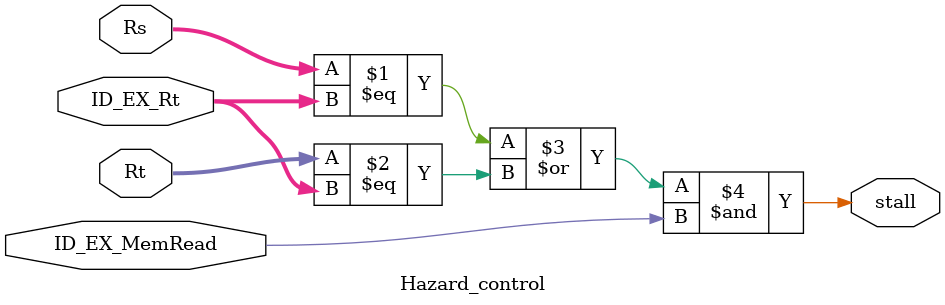
<source format=v>
`timescale 1ns / 1ps


module Hazard_control(ID_EX_Rt,ID_EX_MemRead,
Rs,Rt,stall);
input [4:0] ID_EX_Rt;
input ID_EX_MemRead;
input [4:0] Rs;
input [4:0] Rt;
output stall;
assign stall = ((Rs == ID_EX_Rt)|(Rt == ID_EX_Rt))&(ID_EX_MemRead);
endmodule

</source>
